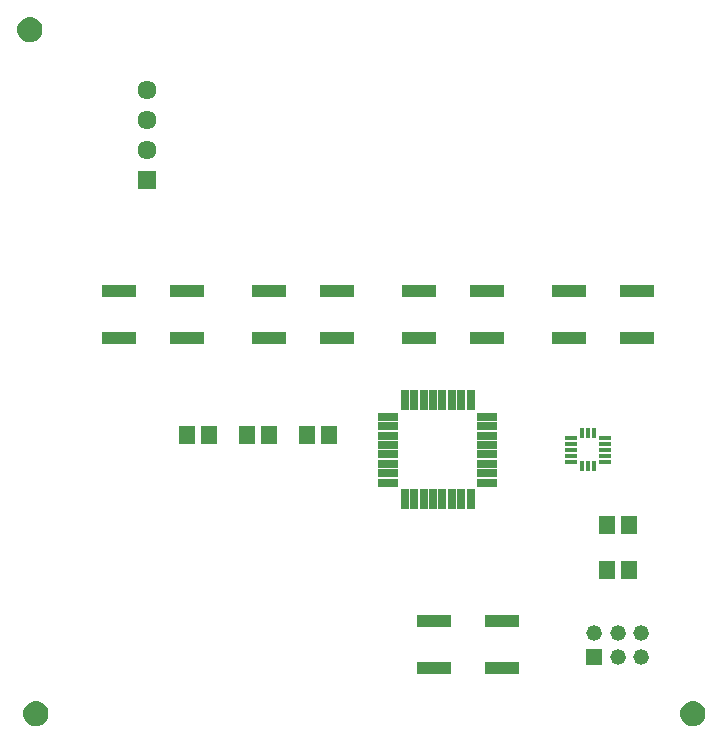
<source format=gts>
G04 EAGLE Gerber RS-274X export*
G75*
%MOMM*%
%FSLAX34Y34*%
%LPD*%
%INSoldermask Top*%
%IPPOS*%
%AMOC8*
5,1,8,0,0,1.08239X$1,22.5*%
G01*
%ADD10R,1.701600X0.651600*%
%ADD11R,0.651600X1.701600*%
%ADD12R,1.054000X0.401600*%
%ADD13R,0.401600X0.952400*%
%ADD14R,1.401600X1.601600*%
%ADD15R,2.851600X1.101600*%
%ADD16R,1.320800X1.320800*%
%ADD17C,1.320800*%
%ADD18R,1.609600X1.609600*%
%ADD19C,1.609600*%

G36*
X-748Y586420D02*
X-748Y586420D01*
X-705Y586432D01*
X-639Y586439D01*
X1044Y586890D01*
X1085Y586909D01*
X1148Y586928D01*
X2728Y587665D01*
X2765Y587691D01*
X2824Y587720D01*
X4252Y588720D01*
X4283Y588752D01*
X4336Y588791D01*
X5569Y590024D01*
X5594Y590060D01*
X5640Y590108D01*
X6640Y591536D01*
X6658Y591577D01*
X6695Y591632D01*
X7432Y593212D01*
X7443Y593255D01*
X7470Y593316D01*
X7921Y594999D01*
X7923Y595031D01*
X7930Y595052D01*
X7930Y595067D01*
X7940Y595108D01*
X8092Y596845D01*
X8088Y596889D01*
X8092Y596955D01*
X7940Y598692D01*
X7928Y598735D01*
X7921Y598801D01*
X7470Y600484D01*
X7451Y600525D01*
X7432Y600588D01*
X6695Y602168D01*
X6669Y602205D01*
X6640Y602264D01*
X5640Y603692D01*
X5608Y603723D01*
X5569Y603776D01*
X4336Y605009D01*
X4300Y605034D01*
X4252Y605080D01*
X2824Y606080D01*
X2783Y606098D01*
X2728Y606135D01*
X1148Y606872D01*
X1105Y606883D01*
X1044Y606910D01*
X-639Y607361D01*
X-684Y607364D01*
X-748Y607380D01*
X-2485Y607532D01*
X-2529Y607528D01*
X-2595Y607532D01*
X-4332Y607380D01*
X-4375Y607368D01*
X-4441Y607361D01*
X-6124Y606910D01*
X-6165Y606891D01*
X-6228Y606872D01*
X-7808Y606135D01*
X-7845Y606109D01*
X-7904Y606080D01*
X-9332Y605080D01*
X-9363Y605048D01*
X-9416Y605009D01*
X-10649Y603776D01*
X-10674Y603740D01*
X-10720Y603692D01*
X-11720Y602264D01*
X-11738Y602223D01*
X-11775Y602168D01*
X-12512Y600588D01*
X-12523Y600545D01*
X-12550Y600484D01*
X-13001Y598801D01*
X-13004Y598756D01*
X-13020Y598692D01*
X-13172Y596955D01*
X-13168Y596911D01*
X-13172Y596845D01*
X-13020Y595108D01*
X-13008Y595065D01*
X-13004Y595031D01*
X-13004Y595015D01*
X-13002Y595010D01*
X-13001Y594999D01*
X-12550Y593316D01*
X-12531Y593275D01*
X-12512Y593212D01*
X-11775Y591632D01*
X-11749Y591595D01*
X-11720Y591536D01*
X-10720Y590108D01*
X-10688Y590077D01*
X-10649Y590024D01*
X-9416Y588791D01*
X-9380Y588766D01*
X-9332Y588720D01*
X-7904Y587720D01*
X-7863Y587702D01*
X-7808Y587665D01*
X-6228Y586928D01*
X-6185Y586917D01*
X-6124Y586890D01*
X-4441Y586439D01*
X-4396Y586436D01*
X-4332Y586420D01*
X-2595Y586268D01*
X-2551Y586272D01*
X-2485Y586268D01*
X-748Y586420D01*
G37*
G36*
X4332Y7300D02*
X4332Y7300D01*
X4375Y7312D01*
X4441Y7319D01*
X6124Y7770D01*
X6165Y7789D01*
X6228Y7808D01*
X7808Y8545D01*
X7845Y8571D01*
X7904Y8600D01*
X9332Y9600D01*
X9363Y9632D01*
X9416Y9671D01*
X10649Y10904D01*
X10674Y10940D01*
X10720Y10988D01*
X11720Y12416D01*
X11738Y12457D01*
X11775Y12512D01*
X12512Y14092D01*
X12523Y14135D01*
X12550Y14196D01*
X13001Y15879D01*
X13003Y15911D01*
X13010Y15932D01*
X13010Y15947D01*
X13020Y15988D01*
X13172Y17725D01*
X13168Y17769D01*
X13172Y17835D01*
X13020Y19572D01*
X13008Y19615D01*
X13001Y19681D01*
X12550Y21364D01*
X12531Y21405D01*
X12512Y21468D01*
X11775Y23048D01*
X11749Y23085D01*
X11720Y23144D01*
X10720Y24572D01*
X10688Y24603D01*
X10649Y24656D01*
X9416Y25889D01*
X9380Y25914D01*
X9332Y25960D01*
X7904Y26960D01*
X7863Y26978D01*
X7808Y27015D01*
X6228Y27752D01*
X6185Y27763D01*
X6124Y27790D01*
X4441Y28241D01*
X4396Y28244D01*
X4332Y28260D01*
X2595Y28412D01*
X2551Y28408D01*
X2485Y28412D01*
X748Y28260D01*
X705Y28248D01*
X639Y28241D01*
X-1044Y27790D01*
X-1085Y27771D01*
X-1148Y27752D01*
X-2728Y27015D01*
X-2765Y26989D01*
X-2824Y26960D01*
X-4252Y25960D01*
X-4283Y25928D01*
X-4336Y25889D01*
X-5569Y24656D01*
X-5594Y24620D01*
X-5640Y24572D01*
X-6640Y23144D01*
X-6658Y23103D01*
X-6695Y23048D01*
X-7432Y21468D01*
X-7443Y21425D01*
X-7470Y21364D01*
X-7921Y19681D01*
X-7924Y19636D01*
X-7940Y19572D01*
X-8092Y17835D01*
X-8088Y17791D01*
X-8092Y17725D01*
X-7940Y15988D01*
X-7928Y15945D01*
X-7924Y15911D01*
X-7924Y15895D01*
X-7922Y15890D01*
X-7921Y15879D01*
X-7470Y14196D01*
X-7451Y14155D01*
X-7432Y14092D01*
X-6695Y12512D01*
X-6669Y12475D01*
X-6640Y12416D01*
X-5640Y10988D01*
X-5608Y10957D01*
X-5569Y10904D01*
X-4336Y9671D01*
X-4300Y9646D01*
X-4252Y9600D01*
X-2824Y8600D01*
X-2783Y8582D01*
X-2728Y8545D01*
X-1148Y7808D01*
X-1105Y7797D01*
X-1044Y7770D01*
X639Y7319D01*
X684Y7316D01*
X748Y7300D01*
X2485Y7148D01*
X2529Y7152D01*
X2595Y7148D01*
X4332Y7300D01*
G37*
G36*
X560592Y7300D02*
X560592Y7300D01*
X560635Y7312D01*
X560701Y7319D01*
X562384Y7770D01*
X562425Y7789D01*
X562488Y7808D01*
X564068Y8545D01*
X564105Y8571D01*
X564164Y8600D01*
X565592Y9600D01*
X565623Y9632D01*
X565676Y9671D01*
X566909Y10904D01*
X566934Y10940D01*
X566980Y10988D01*
X567980Y12416D01*
X567998Y12457D01*
X568035Y12512D01*
X568772Y14092D01*
X568783Y14135D01*
X568810Y14196D01*
X569261Y15879D01*
X569263Y15911D01*
X569270Y15932D01*
X569270Y15947D01*
X569280Y15988D01*
X569432Y17725D01*
X569428Y17769D01*
X569432Y17835D01*
X569280Y19572D01*
X569268Y19615D01*
X569261Y19681D01*
X568810Y21364D01*
X568791Y21405D01*
X568772Y21468D01*
X568035Y23048D01*
X568009Y23085D01*
X567980Y23144D01*
X566980Y24572D01*
X566948Y24603D01*
X566909Y24656D01*
X565676Y25889D01*
X565640Y25914D01*
X565592Y25960D01*
X564164Y26960D01*
X564123Y26978D01*
X564068Y27015D01*
X562488Y27752D01*
X562445Y27763D01*
X562384Y27790D01*
X560701Y28241D01*
X560656Y28244D01*
X560592Y28260D01*
X558855Y28412D01*
X558811Y28408D01*
X558745Y28412D01*
X557008Y28260D01*
X556965Y28248D01*
X556899Y28241D01*
X555216Y27790D01*
X555175Y27771D01*
X555112Y27752D01*
X553532Y27015D01*
X553495Y26989D01*
X553436Y26960D01*
X552008Y25960D01*
X551977Y25928D01*
X551924Y25889D01*
X550691Y24656D01*
X550666Y24620D01*
X550620Y24572D01*
X549620Y23144D01*
X549602Y23103D01*
X549565Y23048D01*
X548828Y21468D01*
X548817Y21425D01*
X548790Y21364D01*
X548339Y19681D01*
X548336Y19636D01*
X548320Y19572D01*
X548168Y17835D01*
X548172Y17791D01*
X548168Y17725D01*
X548320Y15988D01*
X548332Y15945D01*
X548336Y15911D01*
X548336Y15895D01*
X548338Y15890D01*
X548339Y15879D01*
X548790Y14196D01*
X548809Y14155D01*
X548828Y14092D01*
X549565Y12512D01*
X549591Y12475D01*
X549620Y12416D01*
X550620Y10988D01*
X550652Y10957D01*
X550691Y10904D01*
X551924Y9671D01*
X551960Y9646D01*
X552008Y9600D01*
X553436Y8600D01*
X553477Y8582D01*
X553532Y8545D01*
X555112Y7808D01*
X555155Y7797D01*
X555216Y7770D01*
X556899Y7319D01*
X556944Y7316D01*
X557008Y7300D01*
X558745Y7148D01*
X558789Y7152D01*
X558855Y7148D01*
X560592Y7300D01*
G37*
D10*
X301100Y269300D03*
X301100Y261300D03*
X301100Y253300D03*
X301100Y245300D03*
X301100Y237300D03*
X301100Y229300D03*
X301100Y221300D03*
X301100Y213300D03*
D11*
X314900Y199500D03*
X322900Y199500D03*
X330900Y199500D03*
X338900Y199500D03*
X346900Y199500D03*
X354900Y199500D03*
X362900Y199500D03*
X370900Y199500D03*
D10*
X384700Y213300D03*
X384700Y221300D03*
X384700Y229300D03*
X384700Y237300D03*
X384700Y245300D03*
X384700Y253300D03*
X384700Y261300D03*
X384700Y269300D03*
D11*
X370900Y283100D03*
X362900Y283100D03*
X354900Y283100D03*
X346900Y283100D03*
X338900Y283100D03*
X330900Y283100D03*
X322900Y283100D03*
X314900Y283100D03*
D12*
X455638Y251300D03*
X455638Y246300D03*
X455638Y241300D03*
X455638Y236300D03*
X455638Y231300D03*
D13*
X464900Y227280D03*
X469900Y227280D03*
X474900Y227280D03*
D12*
X484162Y231300D03*
X484162Y236300D03*
X484162Y241300D03*
X484162Y246300D03*
X484162Y251300D03*
D13*
X474900Y255320D03*
X469900Y255320D03*
X464900Y255320D03*
D14*
X231800Y254000D03*
X250800Y254000D03*
X181000Y254000D03*
X200000Y254000D03*
X485800Y177800D03*
X504800Y177800D03*
X130200Y254000D03*
X149200Y254000D03*
D15*
X511350Y335600D03*
X453850Y335600D03*
X511350Y375600D03*
X453850Y375600D03*
D16*
X475300Y66200D03*
D17*
X475300Y86200D03*
X495300Y66200D03*
X495300Y86200D03*
X515300Y66200D03*
X515300Y86200D03*
D15*
X257350Y335600D03*
X199850Y335600D03*
X257350Y375600D03*
X199850Y375600D03*
D14*
X485800Y139700D03*
X504800Y139700D03*
D15*
X130350Y335600D03*
X72850Y335600D03*
X130350Y375600D03*
X72850Y375600D03*
X397050Y56200D03*
X339550Y56200D03*
X397050Y96200D03*
X339550Y96200D03*
D18*
X96520Y469900D03*
D19*
X96520Y495300D03*
X96520Y520700D03*
X96520Y546100D03*
D15*
X384350Y335600D03*
X326850Y335600D03*
X384350Y375600D03*
X326850Y375600D03*
M02*

</source>
